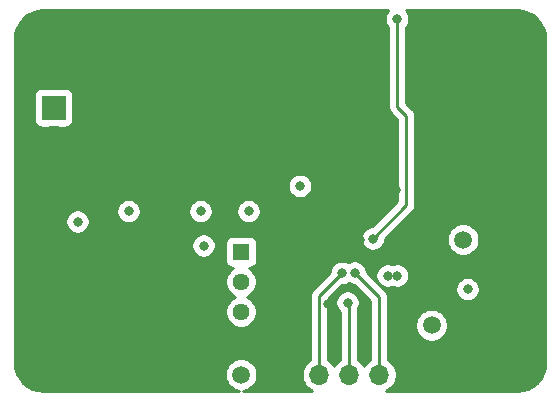
<source format=gbr>
%TF.GenerationSoftware,KiCad,Pcbnew,(5.1.6-0-10_14)*%
%TF.CreationDate,2021-11-28T10:34:50-06:00*%
%TF.ProjectId,EE514 Project,45453531-3420-4507-926f-6a6563742e6b,rev?*%
%TF.SameCoordinates,Original*%
%TF.FileFunction,Copper,L4,Bot*%
%TF.FilePolarity,Positive*%
%FSLAX46Y46*%
G04 Gerber Fmt 4.6, Leading zero omitted, Abs format (unit mm)*
G04 Created by KiCad (PCBNEW (5.1.6-0-10_14)) date 2021-11-28 10:34:50*
%MOMM*%
%LPD*%
G01*
G04 APERTURE LIST*
%TA.AperFunction,ComponentPad*%
%ADD10O,1.700000X1.700000*%
%TD*%
%TA.AperFunction,ComponentPad*%
%ADD11R,1.700000X1.700000*%
%TD*%
%TA.AperFunction,ComponentPad*%
%ADD12C,0.700000*%
%TD*%
%TA.AperFunction,ComponentPad*%
%ADD13C,4.400000*%
%TD*%
%TA.AperFunction,ComponentPad*%
%ADD14C,1.500000*%
%TD*%
%TA.AperFunction,ComponentPad*%
%ADD15R,1.440000X1.440000*%
%TD*%
%TA.AperFunction,ComponentPad*%
%ADD16C,1.440000*%
%TD*%
%TA.AperFunction,Conductor*%
%ADD17R,0.950000X0.460000*%
%TD*%
%TA.AperFunction,ViaPad*%
%ADD18C,0.970000*%
%TD*%
%TA.AperFunction,SMDPad,CuDef*%
%ADD19R,5.080000X2.420000*%
%TD*%
%TA.AperFunction,ComponentPad*%
%ADD20C,2.100000*%
%TD*%
%TA.AperFunction,ComponentPad*%
%ADD21R,2.100000X2.100000*%
%TD*%
%TA.AperFunction,ViaPad*%
%ADD22C,0.800000*%
%TD*%
%TA.AperFunction,Conductor*%
%ADD23C,0.254000*%
%TD*%
G04 APERTURE END LIST*
D10*
%TO.P,J102,4*%
%TO.N,/LE_PLL*%
X153162000Y-124460000D03*
%TO.P,J102,3*%
%TO.N,/DATA_PLL*%
X150622000Y-124460000D03*
%TO.P,J102,2*%
%TO.N,/CLK_PLL*%
X148082000Y-124460000D03*
D11*
%TO.P,J102,1*%
%TO.N,GND*%
X145542000Y-124460000D03*
%TD*%
D12*
%TO.P,H104,1*%
%TO.N,GND*%
X166012726Y-94845274D03*
X164846000Y-94362000D03*
X163679274Y-94845274D03*
X163196000Y-96012000D03*
X163679274Y-97178726D03*
X164846000Y-97662000D03*
X166012726Y-97178726D03*
X166496000Y-96012000D03*
D13*
X164846000Y-96012000D03*
%TD*%
D12*
%TO.P,H103,1*%
%TO.N,GND*%
X166012726Y-122277274D03*
X164846000Y-121794000D03*
X163679274Y-122277274D03*
X163196000Y-123444000D03*
X163679274Y-124610726D03*
X164846000Y-125094000D03*
X166012726Y-124610726D03*
X166496000Y-123444000D03*
D13*
X164846000Y-123444000D03*
%TD*%
D12*
%TO.P,H102,1*%
%TO.N,GND*%
X125880726Y-122277274D03*
X124714000Y-121794000D03*
X123547274Y-122277274D03*
X123064000Y-123444000D03*
X123547274Y-124610726D03*
X124714000Y-125094000D03*
X125880726Y-124610726D03*
X126364000Y-123444000D03*
D13*
X124714000Y-123444000D03*
%TD*%
D12*
%TO.P,H101,1*%
%TO.N,GND*%
X125880726Y-94845274D03*
X124714000Y-94362000D03*
X123547274Y-94845274D03*
X123064000Y-96012000D03*
X123547274Y-97178726D03*
X124714000Y-97662000D03*
X125880726Y-97178726D03*
X126364000Y-96012000D03*
D13*
X124714000Y-96012000D03*
%TD*%
D14*
%TO.P,TP201,1*%
%TO.N,/Reference Oscillator/10MHz_REF_OUT*%
X141478000Y-124460000D03*
%TD*%
%TO.P,TP102,1*%
%TO.N,/Vp*%
X157607000Y-120269000D03*
%TD*%
%TO.P,TP101,1*%
%TO.N,Net-(D102-Pad2)*%
X160274000Y-113030000D03*
%TD*%
D15*
%TO.P,RV201,1*%
%TO.N,/Reference Oscillator/10MHz_REF_OUT*%
X141478000Y-114046000D03*
D16*
%TO.P,RV201,2*%
X141478000Y-116586000D03*
%TO.P,RV201,3*%
%TO.N,Net-(R201-Pad1)*%
X141478000Y-119126000D03*
%TD*%
D17*
%TO.N,GND*%
%TO.C,J103*%
X161798000Y-100522000D03*
X161798000Y-109282000D03*
D18*
X161348000Y-100522000D03*
X161348000Y-109282000D03*
D19*
%TD*%
%TO.P,J103,2*%
%TO.N,GND*%
X164788000Y-100522000D03*
%TO.P,J103,2*%
%TO.N,GND*%
X164788000Y-109282000D03*
%TD*%
D20*
%TO.P,J101,2*%
%TO.N,GND*%
X125603000Y-104394000D03*
D21*
%TO.P,J101,1*%
%TO.N,+5V*%
X125603000Y-101854000D03*
%TD*%
D22*
%TO.N,GND*%
X125476000Y-114681000D03*
X129921000Y-110617000D03*
X133985000Y-110617000D03*
X133096000Y-111506000D03*
X134239000Y-113538000D03*
X135255000Y-118373600D03*
X135636000Y-106553000D03*
X130175000Y-97536000D03*
X143510000Y-107569000D03*
X143510000Y-109601000D03*
X149479000Y-120269000D03*
X148809000Y-118491000D03*
X155194000Y-120269000D03*
X155090490Y-122324490D03*
X149455500Y-122404502D03*
X165227000Y-119507000D03*
X157988000Y-111379000D03*
X150495000Y-113030000D03*
X151537048Y-113044421D03*
X154584398Y-108839000D03*
X153441400Y-105079800D03*
X148463000Y-105816400D03*
X145288000Y-100431600D03*
X144754600Y-99491800D03*
X146608800Y-96723200D03*
X152527000Y-94894400D03*
X156057600Y-100431600D03*
X156591000Y-98171000D03*
X160426400Y-94488000D03*
%TO.N,+5V*%
X131953000Y-110617000D03*
X138049000Y-110617000D03*
X127635000Y-111506000D03*
X138303000Y-113538000D03*
X154701000Y-116063000D03*
X153885026Y-116063006D03*
X160655000Y-117221008D03*
X142113000Y-110617000D03*
X146454500Y-108481492D03*
%TO.N,/LE_PLL*%
X151098590Y-115820163D03*
%TO.N,/DATA_PLL*%
X150495000Y-118364000D03*
%TO.N,/CLK_PLL*%
X150019228Y-115839828D03*
%TO.N,/CP_OUT*%
X154686000Y-94361000D03*
X152630074Y-112934900D03*
%TD*%
D23*
%TO.N,/LE_PLL*%
X153162000Y-117883573D02*
X151098590Y-115820163D01*
X153162000Y-124460000D02*
X153162000Y-117883573D01*
%TO.N,/DATA_PLL*%
X150622000Y-118491000D02*
X150622000Y-124460000D01*
X150495000Y-118364000D02*
X150622000Y-118491000D01*
%TO.N,/CLK_PLL*%
X148082000Y-117777056D02*
X148082000Y-124460000D01*
X150019228Y-115839828D02*
X148082000Y-117777056D01*
%TO.N,/CP_OUT*%
X155473400Y-110091574D02*
X152630074Y-112934900D01*
X155473400Y-110091574D02*
X155473400Y-102539800D01*
X154686000Y-101752400D02*
X154686000Y-94361000D01*
X155473400Y-102539800D02*
X154686000Y-101752400D01*
%TD*%
%TO.N,GND*%
G36*
X153882063Y-93701226D02*
G01*
X153768795Y-93870744D01*
X153690774Y-94059102D01*
X153651000Y-94259061D01*
X153651000Y-94462939D01*
X153690774Y-94662898D01*
X153768795Y-94851256D01*
X153882063Y-95020774D01*
X153924001Y-95062712D01*
X153924000Y-101714977D01*
X153920314Y-101752400D01*
X153924000Y-101789823D01*
X153924000Y-101789825D01*
X153935026Y-101901777D01*
X153978598Y-102045414D01*
X153978599Y-102045415D01*
X154049355Y-102177792D01*
X154088983Y-102226078D01*
X154144578Y-102293822D01*
X154173653Y-102317684D01*
X154711401Y-102855432D01*
X154711400Y-109775943D01*
X152587444Y-111899900D01*
X152528135Y-111899900D01*
X152328176Y-111939674D01*
X152139818Y-112017695D01*
X151970300Y-112130963D01*
X151826137Y-112275126D01*
X151712869Y-112444644D01*
X151634848Y-112633002D01*
X151595074Y-112832961D01*
X151595074Y-113036839D01*
X151634848Y-113236798D01*
X151712869Y-113425156D01*
X151826137Y-113594674D01*
X151970300Y-113738837D01*
X152139818Y-113852105D01*
X152328176Y-113930126D01*
X152528135Y-113969900D01*
X152732013Y-113969900D01*
X152931972Y-113930126D01*
X153120330Y-113852105D01*
X153289848Y-113738837D01*
X153434011Y-113594674D01*
X153547279Y-113425156D01*
X153625300Y-113236798D01*
X153665074Y-113036839D01*
X153665074Y-112977530D01*
X153749015Y-112893589D01*
X158889000Y-112893589D01*
X158889000Y-113166411D01*
X158942225Y-113433989D01*
X159046629Y-113686043D01*
X159198201Y-113912886D01*
X159391114Y-114105799D01*
X159617957Y-114257371D01*
X159870011Y-114361775D01*
X160137589Y-114415000D01*
X160410411Y-114415000D01*
X160677989Y-114361775D01*
X160930043Y-114257371D01*
X161156886Y-114105799D01*
X161349799Y-113912886D01*
X161501371Y-113686043D01*
X161605775Y-113433989D01*
X161659000Y-113166411D01*
X161659000Y-112893589D01*
X161605775Y-112626011D01*
X161501371Y-112373957D01*
X161349799Y-112147114D01*
X161156886Y-111954201D01*
X160930043Y-111802629D01*
X160677989Y-111698225D01*
X160410411Y-111645000D01*
X160137589Y-111645000D01*
X159870011Y-111698225D01*
X159617957Y-111802629D01*
X159391114Y-111954201D01*
X159198201Y-112147114D01*
X159046629Y-112373957D01*
X158942225Y-112626011D01*
X158889000Y-112893589D01*
X153749015Y-112893589D01*
X155985753Y-110656852D01*
X156014822Y-110632996D01*
X156110045Y-110516966D01*
X156180802Y-110384589D01*
X156224374Y-110240952D01*
X156235400Y-110129000D01*
X156235400Y-110128998D01*
X156239086Y-110091575D01*
X156235400Y-110054152D01*
X156235400Y-102577223D01*
X156239086Y-102539800D01*
X156231207Y-102459802D01*
X156224374Y-102390422D01*
X156180802Y-102246785D01*
X156147865Y-102185164D01*
X156110045Y-102114407D01*
X156038679Y-102027448D01*
X156014822Y-101998378D01*
X155985751Y-101974520D01*
X155448000Y-101436770D01*
X155448000Y-95062711D01*
X155489937Y-95020774D01*
X155603205Y-94851256D01*
X155681226Y-94662898D01*
X155721000Y-94462939D01*
X155721000Y-94259061D01*
X155681226Y-94059102D01*
X155603205Y-93870744D01*
X155489937Y-93701226D01*
X155412711Y-93624000D01*
X164813721Y-93624000D01*
X165309216Y-93672584D01*
X165754793Y-93807112D01*
X166165746Y-94025620D01*
X166526434Y-94319788D01*
X166823119Y-94678419D01*
X167044491Y-95087838D01*
X167182126Y-95532465D01*
X167234000Y-96026011D01*
X167234001Y-123411711D01*
X167185416Y-123907216D01*
X167050890Y-124352790D01*
X166832382Y-124763745D01*
X166538209Y-125124436D01*
X166179581Y-125421119D01*
X165770162Y-125642491D01*
X165325535Y-125780126D01*
X164831990Y-125832000D01*
X153730190Y-125832000D01*
X153865411Y-125775990D01*
X154108632Y-125613475D01*
X154315475Y-125406632D01*
X154477990Y-125163411D01*
X154589932Y-124893158D01*
X154647000Y-124606260D01*
X154647000Y-124313740D01*
X154589932Y-124026842D01*
X154477990Y-123756589D01*
X154315475Y-123513368D01*
X154108632Y-123306525D01*
X153924000Y-123183158D01*
X153924000Y-120132589D01*
X156222000Y-120132589D01*
X156222000Y-120405411D01*
X156275225Y-120672989D01*
X156379629Y-120925043D01*
X156531201Y-121151886D01*
X156724114Y-121344799D01*
X156950957Y-121496371D01*
X157203011Y-121600775D01*
X157470589Y-121654000D01*
X157743411Y-121654000D01*
X158010989Y-121600775D01*
X158263043Y-121496371D01*
X158489886Y-121344799D01*
X158682799Y-121151886D01*
X158834371Y-120925043D01*
X158938775Y-120672989D01*
X158992000Y-120405411D01*
X158992000Y-120132589D01*
X158938775Y-119865011D01*
X158834371Y-119612957D01*
X158682799Y-119386114D01*
X158489886Y-119193201D01*
X158263043Y-119041629D01*
X158010989Y-118937225D01*
X157743411Y-118884000D01*
X157470589Y-118884000D01*
X157203011Y-118937225D01*
X156950957Y-119041629D01*
X156724114Y-119193201D01*
X156531201Y-119386114D01*
X156379629Y-119612957D01*
X156275225Y-119865011D01*
X156222000Y-120132589D01*
X153924000Y-120132589D01*
X153924000Y-117920995D01*
X153927686Y-117883572D01*
X153921727Y-117823072D01*
X153912974Y-117734195D01*
X153869402Y-117590558D01*
X153798645Y-117458181D01*
X153703422Y-117342151D01*
X153674352Y-117318294D01*
X153475127Y-117119069D01*
X159620000Y-117119069D01*
X159620000Y-117322947D01*
X159659774Y-117522906D01*
X159737795Y-117711264D01*
X159851063Y-117880782D01*
X159995226Y-118024945D01*
X160164744Y-118138213D01*
X160353102Y-118216234D01*
X160553061Y-118256008D01*
X160756939Y-118256008D01*
X160956898Y-118216234D01*
X161145256Y-118138213D01*
X161314774Y-118024945D01*
X161458937Y-117880782D01*
X161572205Y-117711264D01*
X161650226Y-117522906D01*
X161690000Y-117322947D01*
X161690000Y-117119069D01*
X161650226Y-116919110D01*
X161572205Y-116730752D01*
X161458937Y-116561234D01*
X161314774Y-116417071D01*
X161145256Y-116303803D01*
X160956898Y-116225782D01*
X160756939Y-116186008D01*
X160553061Y-116186008D01*
X160353102Y-116225782D01*
X160164744Y-116303803D01*
X159995226Y-116417071D01*
X159851063Y-116561234D01*
X159737795Y-116730752D01*
X159659774Y-116919110D01*
X159620000Y-117119069D01*
X153475127Y-117119069D01*
X152317125Y-115961067D01*
X152850026Y-115961067D01*
X152850026Y-116164945D01*
X152889800Y-116364904D01*
X152967821Y-116553262D01*
X153081089Y-116722780D01*
X153225252Y-116866943D01*
X153394770Y-116980211D01*
X153583128Y-117058232D01*
X153783087Y-117098006D01*
X153986965Y-117098006D01*
X154186924Y-117058232D01*
X154293020Y-117014285D01*
X154399102Y-117058226D01*
X154599061Y-117098000D01*
X154802939Y-117098000D01*
X155002898Y-117058226D01*
X155191256Y-116980205D01*
X155360774Y-116866937D01*
X155504937Y-116722774D01*
X155618205Y-116553256D01*
X155696226Y-116364898D01*
X155736000Y-116164939D01*
X155736000Y-115961061D01*
X155696226Y-115761102D01*
X155618205Y-115572744D01*
X155504937Y-115403226D01*
X155360774Y-115259063D01*
X155191256Y-115145795D01*
X155002898Y-115067774D01*
X154802939Y-115028000D01*
X154599061Y-115028000D01*
X154399102Y-115067774D01*
X154293006Y-115111721D01*
X154186924Y-115067780D01*
X153986965Y-115028006D01*
X153783087Y-115028006D01*
X153583128Y-115067780D01*
X153394770Y-115145801D01*
X153225252Y-115259069D01*
X153081089Y-115403232D01*
X152967821Y-115572750D01*
X152889800Y-115761108D01*
X152850026Y-115961067D01*
X152317125Y-115961067D01*
X152133590Y-115777533D01*
X152133590Y-115718224D01*
X152093816Y-115518265D01*
X152015795Y-115329907D01*
X151902527Y-115160389D01*
X151758364Y-115016226D01*
X151588846Y-114902958D01*
X151400488Y-114824937D01*
X151200529Y-114785163D01*
X150996651Y-114785163D01*
X150796692Y-114824937D01*
X150608334Y-114902958D01*
X150544194Y-114945815D01*
X150509484Y-114922623D01*
X150321126Y-114844602D01*
X150121167Y-114804828D01*
X149917289Y-114804828D01*
X149717330Y-114844602D01*
X149528972Y-114922623D01*
X149359454Y-115035891D01*
X149215291Y-115180054D01*
X149102023Y-115349572D01*
X149024002Y-115537930D01*
X148984228Y-115737889D01*
X148984228Y-115797197D01*
X147569654Y-117211772D01*
X147540578Y-117235634D01*
X147484983Y-117303378D01*
X147445355Y-117351664D01*
X147436210Y-117368774D01*
X147374598Y-117484042D01*
X147331026Y-117627679D01*
X147320000Y-117739630D01*
X147316314Y-117777056D01*
X147320000Y-117814479D01*
X147320001Y-123183157D01*
X147135368Y-123306525D01*
X146928525Y-123513368D01*
X146766010Y-123756589D01*
X146654068Y-124026842D01*
X146597000Y-124313740D01*
X146597000Y-124606260D01*
X146654068Y-124893158D01*
X146766010Y-125163411D01*
X146928525Y-125406632D01*
X147135368Y-125613475D01*
X147378589Y-125775990D01*
X147513810Y-125832000D01*
X141679766Y-125832000D01*
X141881989Y-125791775D01*
X142134043Y-125687371D01*
X142360886Y-125535799D01*
X142553799Y-125342886D01*
X142705371Y-125116043D01*
X142809775Y-124863989D01*
X142863000Y-124596411D01*
X142863000Y-124323589D01*
X142809775Y-124056011D01*
X142705371Y-123803957D01*
X142553799Y-123577114D01*
X142360886Y-123384201D01*
X142134043Y-123232629D01*
X141881989Y-123128225D01*
X141614411Y-123075000D01*
X141341589Y-123075000D01*
X141074011Y-123128225D01*
X140821957Y-123232629D01*
X140595114Y-123384201D01*
X140402201Y-123577114D01*
X140250629Y-123803957D01*
X140146225Y-124056011D01*
X140093000Y-124323589D01*
X140093000Y-124596411D01*
X140146225Y-124863989D01*
X140250629Y-125116043D01*
X140402201Y-125342886D01*
X140595114Y-125535799D01*
X140821957Y-125687371D01*
X141074011Y-125791775D01*
X141276234Y-125832000D01*
X124746279Y-125832000D01*
X124250784Y-125783416D01*
X123805210Y-125648890D01*
X123394255Y-125430382D01*
X123033564Y-125136209D01*
X122736881Y-124777581D01*
X122515509Y-124368162D01*
X122377874Y-123923535D01*
X122326000Y-123429990D01*
X122326000Y-113436061D01*
X137268000Y-113436061D01*
X137268000Y-113639939D01*
X137307774Y-113839898D01*
X137385795Y-114028256D01*
X137499063Y-114197774D01*
X137643226Y-114341937D01*
X137812744Y-114455205D01*
X138001102Y-114533226D01*
X138201061Y-114573000D01*
X138404939Y-114573000D01*
X138604898Y-114533226D01*
X138793256Y-114455205D01*
X138962774Y-114341937D01*
X139106937Y-114197774D01*
X139220205Y-114028256D01*
X139298226Y-113839898D01*
X139338000Y-113639939D01*
X139338000Y-113436061D01*
X139316108Y-113326000D01*
X140119928Y-113326000D01*
X140119928Y-114766000D01*
X140132188Y-114890482D01*
X140168498Y-115010180D01*
X140227463Y-115120494D01*
X140306815Y-115217185D01*
X140403506Y-115296537D01*
X140513820Y-115355502D01*
X140633518Y-115391812D01*
X140758000Y-115404072D01*
X140807945Y-115404072D01*
X140614238Y-115533503D01*
X140425503Y-115722238D01*
X140277215Y-115944167D01*
X140175072Y-116190761D01*
X140123000Y-116452544D01*
X140123000Y-116719456D01*
X140175072Y-116981239D01*
X140277215Y-117227833D01*
X140425503Y-117449762D01*
X140614238Y-117638497D01*
X140836167Y-117786785D01*
X141003266Y-117856000D01*
X140836167Y-117925215D01*
X140614238Y-118073503D01*
X140425503Y-118262238D01*
X140277215Y-118484167D01*
X140175072Y-118730761D01*
X140123000Y-118992544D01*
X140123000Y-119259456D01*
X140175072Y-119521239D01*
X140277215Y-119767833D01*
X140425503Y-119989762D01*
X140614238Y-120178497D01*
X140836167Y-120326785D01*
X141082761Y-120428928D01*
X141344544Y-120481000D01*
X141611456Y-120481000D01*
X141873239Y-120428928D01*
X142119833Y-120326785D01*
X142341762Y-120178497D01*
X142530497Y-119989762D01*
X142678785Y-119767833D01*
X142780928Y-119521239D01*
X142833000Y-119259456D01*
X142833000Y-118992544D01*
X142780928Y-118730761D01*
X142678785Y-118484167D01*
X142530497Y-118262238D01*
X142341762Y-118073503D01*
X142119833Y-117925215D01*
X141952734Y-117856000D01*
X142119833Y-117786785D01*
X142341762Y-117638497D01*
X142530497Y-117449762D01*
X142678785Y-117227833D01*
X142780928Y-116981239D01*
X142833000Y-116719456D01*
X142833000Y-116452544D01*
X142780928Y-116190761D01*
X142678785Y-115944167D01*
X142530497Y-115722238D01*
X142341762Y-115533503D01*
X142148055Y-115404072D01*
X142198000Y-115404072D01*
X142322482Y-115391812D01*
X142442180Y-115355502D01*
X142552494Y-115296537D01*
X142649185Y-115217185D01*
X142728537Y-115120494D01*
X142787502Y-115010180D01*
X142823812Y-114890482D01*
X142836072Y-114766000D01*
X142836072Y-113326000D01*
X142823812Y-113201518D01*
X142787502Y-113081820D01*
X142728537Y-112971506D01*
X142649185Y-112874815D01*
X142552494Y-112795463D01*
X142442180Y-112736498D01*
X142322482Y-112700188D01*
X142198000Y-112687928D01*
X140758000Y-112687928D01*
X140633518Y-112700188D01*
X140513820Y-112736498D01*
X140403506Y-112795463D01*
X140306815Y-112874815D01*
X140227463Y-112971506D01*
X140168498Y-113081820D01*
X140132188Y-113201518D01*
X140119928Y-113326000D01*
X139316108Y-113326000D01*
X139298226Y-113236102D01*
X139220205Y-113047744D01*
X139106937Y-112878226D01*
X138962774Y-112734063D01*
X138793256Y-112620795D01*
X138604898Y-112542774D01*
X138404939Y-112503000D01*
X138201061Y-112503000D01*
X138001102Y-112542774D01*
X137812744Y-112620795D01*
X137643226Y-112734063D01*
X137499063Y-112878226D01*
X137385795Y-113047744D01*
X137307774Y-113236102D01*
X137268000Y-113436061D01*
X122326000Y-113436061D01*
X122326000Y-111404061D01*
X126600000Y-111404061D01*
X126600000Y-111607939D01*
X126639774Y-111807898D01*
X126717795Y-111996256D01*
X126831063Y-112165774D01*
X126975226Y-112309937D01*
X127144744Y-112423205D01*
X127333102Y-112501226D01*
X127533061Y-112541000D01*
X127736939Y-112541000D01*
X127936898Y-112501226D01*
X128125256Y-112423205D01*
X128294774Y-112309937D01*
X128438937Y-112165774D01*
X128552205Y-111996256D01*
X128630226Y-111807898D01*
X128670000Y-111607939D01*
X128670000Y-111404061D01*
X128630226Y-111204102D01*
X128552205Y-111015744D01*
X128438937Y-110846226D01*
X128294774Y-110702063D01*
X128125256Y-110588795D01*
X127947248Y-110515061D01*
X130918000Y-110515061D01*
X130918000Y-110718939D01*
X130957774Y-110918898D01*
X131035795Y-111107256D01*
X131149063Y-111276774D01*
X131293226Y-111420937D01*
X131462744Y-111534205D01*
X131651102Y-111612226D01*
X131851061Y-111652000D01*
X132054939Y-111652000D01*
X132254898Y-111612226D01*
X132443256Y-111534205D01*
X132612774Y-111420937D01*
X132756937Y-111276774D01*
X132870205Y-111107256D01*
X132948226Y-110918898D01*
X132988000Y-110718939D01*
X132988000Y-110515061D01*
X137014000Y-110515061D01*
X137014000Y-110718939D01*
X137053774Y-110918898D01*
X137131795Y-111107256D01*
X137245063Y-111276774D01*
X137389226Y-111420937D01*
X137558744Y-111534205D01*
X137747102Y-111612226D01*
X137947061Y-111652000D01*
X138150939Y-111652000D01*
X138350898Y-111612226D01*
X138539256Y-111534205D01*
X138708774Y-111420937D01*
X138852937Y-111276774D01*
X138966205Y-111107256D01*
X139044226Y-110918898D01*
X139084000Y-110718939D01*
X139084000Y-110515061D01*
X141078000Y-110515061D01*
X141078000Y-110718939D01*
X141117774Y-110918898D01*
X141195795Y-111107256D01*
X141309063Y-111276774D01*
X141453226Y-111420937D01*
X141622744Y-111534205D01*
X141811102Y-111612226D01*
X142011061Y-111652000D01*
X142214939Y-111652000D01*
X142414898Y-111612226D01*
X142603256Y-111534205D01*
X142772774Y-111420937D01*
X142916937Y-111276774D01*
X143030205Y-111107256D01*
X143108226Y-110918898D01*
X143148000Y-110718939D01*
X143148000Y-110515061D01*
X143108226Y-110315102D01*
X143030205Y-110126744D01*
X142916937Y-109957226D01*
X142772774Y-109813063D01*
X142603256Y-109699795D01*
X142414898Y-109621774D01*
X142214939Y-109582000D01*
X142011061Y-109582000D01*
X141811102Y-109621774D01*
X141622744Y-109699795D01*
X141453226Y-109813063D01*
X141309063Y-109957226D01*
X141195795Y-110126744D01*
X141117774Y-110315102D01*
X141078000Y-110515061D01*
X139084000Y-110515061D01*
X139044226Y-110315102D01*
X138966205Y-110126744D01*
X138852937Y-109957226D01*
X138708774Y-109813063D01*
X138539256Y-109699795D01*
X138350898Y-109621774D01*
X138150939Y-109582000D01*
X137947061Y-109582000D01*
X137747102Y-109621774D01*
X137558744Y-109699795D01*
X137389226Y-109813063D01*
X137245063Y-109957226D01*
X137131795Y-110126744D01*
X137053774Y-110315102D01*
X137014000Y-110515061D01*
X132988000Y-110515061D01*
X132948226Y-110315102D01*
X132870205Y-110126744D01*
X132756937Y-109957226D01*
X132612774Y-109813063D01*
X132443256Y-109699795D01*
X132254898Y-109621774D01*
X132054939Y-109582000D01*
X131851061Y-109582000D01*
X131651102Y-109621774D01*
X131462744Y-109699795D01*
X131293226Y-109813063D01*
X131149063Y-109957226D01*
X131035795Y-110126744D01*
X130957774Y-110315102D01*
X130918000Y-110515061D01*
X127947248Y-110515061D01*
X127936898Y-110510774D01*
X127736939Y-110471000D01*
X127533061Y-110471000D01*
X127333102Y-110510774D01*
X127144744Y-110588795D01*
X126975226Y-110702063D01*
X126831063Y-110846226D01*
X126717795Y-111015744D01*
X126639774Y-111204102D01*
X126600000Y-111404061D01*
X122326000Y-111404061D01*
X122326000Y-108379553D01*
X145419500Y-108379553D01*
X145419500Y-108583431D01*
X145459274Y-108783390D01*
X145537295Y-108971748D01*
X145650563Y-109141266D01*
X145794726Y-109285429D01*
X145964244Y-109398697D01*
X146152602Y-109476718D01*
X146352561Y-109516492D01*
X146556439Y-109516492D01*
X146756398Y-109476718D01*
X146944756Y-109398697D01*
X147114274Y-109285429D01*
X147258437Y-109141266D01*
X147371705Y-108971748D01*
X147449726Y-108783390D01*
X147489500Y-108583431D01*
X147489500Y-108379553D01*
X147449726Y-108179594D01*
X147371705Y-107991236D01*
X147258437Y-107821718D01*
X147114274Y-107677555D01*
X146944756Y-107564287D01*
X146756398Y-107486266D01*
X146556439Y-107446492D01*
X146352561Y-107446492D01*
X146152602Y-107486266D01*
X145964244Y-107564287D01*
X145794726Y-107677555D01*
X145650563Y-107821718D01*
X145537295Y-107991236D01*
X145459274Y-108179594D01*
X145419500Y-108379553D01*
X122326000Y-108379553D01*
X122326000Y-100804000D01*
X123914928Y-100804000D01*
X123914928Y-102904000D01*
X123927188Y-103028482D01*
X123963498Y-103148180D01*
X124022463Y-103258494D01*
X124101815Y-103355185D01*
X124198506Y-103434537D01*
X124308820Y-103493502D01*
X124428518Y-103529812D01*
X124553000Y-103542072D01*
X126653000Y-103542072D01*
X126777482Y-103529812D01*
X126897180Y-103493502D01*
X127007494Y-103434537D01*
X127104185Y-103355185D01*
X127183537Y-103258494D01*
X127242502Y-103148180D01*
X127278812Y-103028482D01*
X127291072Y-102904000D01*
X127291072Y-100804000D01*
X127278812Y-100679518D01*
X127242502Y-100559820D01*
X127183537Y-100449506D01*
X127104185Y-100352815D01*
X127007494Y-100273463D01*
X126897180Y-100214498D01*
X126777482Y-100178188D01*
X126653000Y-100165928D01*
X124553000Y-100165928D01*
X124428518Y-100178188D01*
X124308820Y-100214498D01*
X124198506Y-100273463D01*
X124101815Y-100352815D01*
X124022463Y-100449506D01*
X123963498Y-100559820D01*
X123927188Y-100679518D01*
X123914928Y-100804000D01*
X122326000Y-100804000D01*
X122326000Y-96044279D01*
X122374584Y-95548784D01*
X122509112Y-95103207D01*
X122727620Y-94692254D01*
X123021788Y-94331566D01*
X123380419Y-94034881D01*
X123789838Y-93813509D01*
X124234465Y-93675874D01*
X124728011Y-93624000D01*
X153959289Y-93624000D01*
X153882063Y-93701226D01*
G37*
X153882063Y-93701226D02*
X153768795Y-93870744D01*
X153690774Y-94059102D01*
X153651000Y-94259061D01*
X153651000Y-94462939D01*
X153690774Y-94662898D01*
X153768795Y-94851256D01*
X153882063Y-95020774D01*
X153924001Y-95062712D01*
X153924000Y-101714977D01*
X153920314Y-101752400D01*
X153924000Y-101789823D01*
X153924000Y-101789825D01*
X153935026Y-101901777D01*
X153978598Y-102045414D01*
X153978599Y-102045415D01*
X154049355Y-102177792D01*
X154088983Y-102226078D01*
X154144578Y-102293822D01*
X154173653Y-102317684D01*
X154711401Y-102855432D01*
X154711400Y-109775943D01*
X152587444Y-111899900D01*
X152528135Y-111899900D01*
X152328176Y-111939674D01*
X152139818Y-112017695D01*
X151970300Y-112130963D01*
X151826137Y-112275126D01*
X151712869Y-112444644D01*
X151634848Y-112633002D01*
X151595074Y-112832961D01*
X151595074Y-113036839D01*
X151634848Y-113236798D01*
X151712869Y-113425156D01*
X151826137Y-113594674D01*
X151970300Y-113738837D01*
X152139818Y-113852105D01*
X152328176Y-113930126D01*
X152528135Y-113969900D01*
X152732013Y-113969900D01*
X152931972Y-113930126D01*
X153120330Y-113852105D01*
X153289848Y-113738837D01*
X153434011Y-113594674D01*
X153547279Y-113425156D01*
X153625300Y-113236798D01*
X153665074Y-113036839D01*
X153665074Y-112977530D01*
X153749015Y-112893589D01*
X158889000Y-112893589D01*
X158889000Y-113166411D01*
X158942225Y-113433989D01*
X159046629Y-113686043D01*
X159198201Y-113912886D01*
X159391114Y-114105799D01*
X159617957Y-114257371D01*
X159870011Y-114361775D01*
X160137589Y-114415000D01*
X160410411Y-114415000D01*
X160677989Y-114361775D01*
X160930043Y-114257371D01*
X161156886Y-114105799D01*
X161349799Y-113912886D01*
X161501371Y-113686043D01*
X161605775Y-113433989D01*
X161659000Y-113166411D01*
X161659000Y-112893589D01*
X161605775Y-112626011D01*
X161501371Y-112373957D01*
X161349799Y-112147114D01*
X161156886Y-111954201D01*
X160930043Y-111802629D01*
X160677989Y-111698225D01*
X160410411Y-111645000D01*
X160137589Y-111645000D01*
X159870011Y-111698225D01*
X159617957Y-111802629D01*
X159391114Y-111954201D01*
X159198201Y-112147114D01*
X159046629Y-112373957D01*
X158942225Y-112626011D01*
X158889000Y-112893589D01*
X153749015Y-112893589D01*
X155985753Y-110656852D01*
X156014822Y-110632996D01*
X156110045Y-110516966D01*
X156180802Y-110384589D01*
X156224374Y-110240952D01*
X156235400Y-110129000D01*
X156235400Y-110128998D01*
X156239086Y-110091575D01*
X156235400Y-110054152D01*
X156235400Y-102577223D01*
X156239086Y-102539800D01*
X156231207Y-102459802D01*
X156224374Y-102390422D01*
X156180802Y-102246785D01*
X156147865Y-102185164D01*
X156110045Y-102114407D01*
X156038679Y-102027448D01*
X156014822Y-101998378D01*
X155985751Y-101974520D01*
X155448000Y-101436770D01*
X155448000Y-95062711D01*
X155489937Y-95020774D01*
X155603205Y-94851256D01*
X155681226Y-94662898D01*
X155721000Y-94462939D01*
X155721000Y-94259061D01*
X155681226Y-94059102D01*
X155603205Y-93870744D01*
X155489937Y-93701226D01*
X155412711Y-93624000D01*
X164813721Y-93624000D01*
X165309216Y-93672584D01*
X165754793Y-93807112D01*
X166165746Y-94025620D01*
X166526434Y-94319788D01*
X166823119Y-94678419D01*
X167044491Y-95087838D01*
X167182126Y-95532465D01*
X167234000Y-96026011D01*
X167234001Y-123411711D01*
X167185416Y-123907216D01*
X167050890Y-124352790D01*
X166832382Y-124763745D01*
X166538209Y-125124436D01*
X166179581Y-125421119D01*
X165770162Y-125642491D01*
X165325535Y-125780126D01*
X164831990Y-125832000D01*
X153730190Y-125832000D01*
X153865411Y-125775990D01*
X154108632Y-125613475D01*
X154315475Y-125406632D01*
X154477990Y-125163411D01*
X154589932Y-124893158D01*
X154647000Y-124606260D01*
X154647000Y-124313740D01*
X154589932Y-124026842D01*
X154477990Y-123756589D01*
X154315475Y-123513368D01*
X154108632Y-123306525D01*
X153924000Y-123183158D01*
X153924000Y-120132589D01*
X156222000Y-120132589D01*
X156222000Y-120405411D01*
X156275225Y-120672989D01*
X156379629Y-120925043D01*
X156531201Y-121151886D01*
X156724114Y-121344799D01*
X156950957Y-121496371D01*
X157203011Y-121600775D01*
X157470589Y-121654000D01*
X157743411Y-121654000D01*
X158010989Y-121600775D01*
X158263043Y-121496371D01*
X158489886Y-121344799D01*
X158682799Y-121151886D01*
X158834371Y-120925043D01*
X158938775Y-120672989D01*
X158992000Y-120405411D01*
X158992000Y-120132589D01*
X158938775Y-119865011D01*
X158834371Y-119612957D01*
X158682799Y-119386114D01*
X158489886Y-119193201D01*
X158263043Y-119041629D01*
X158010989Y-118937225D01*
X157743411Y-118884000D01*
X157470589Y-118884000D01*
X157203011Y-118937225D01*
X156950957Y-119041629D01*
X156724114Y-119193201D01*
X156531201Y-119386114D01*
X156379629Y-119612957D01*
X156275225Y-119865011D01*
X156222000Y-120132589D01*
X153924000Y-120132589D01*
X153924000Y-117920995D01*
X153927686Y-117883572D01*
X153921727Y-117823072D01*
X153912974Y-117734195D01*
X153869402Y-117590558D01*
X153798645Y-117458181D01*
X153703422Y-117342151D01*
X153674352Y-117318294D01*
X153475127Y-117119069D01*
X159620000Y-117119069D01*
X159620000Y-117322947D01*
X159659774Y-117522906D01*
X159737795Y-117711264D01*
X159851063Y-117880782D01*
X159995226Y-118024945D01*
X160164744Y-118138213D01*
X160353102Y-118216234D01*
X160553061Y-118256008D01*
X160756939Y-118256008D01*
X160956898Y-118216234D01*
X161145256Y-118138213D01*
X161314774Y-118024945D01*
X161458937Y-117880782D01*
X161572205Y-117711264D01*
X161650226Y-117522906D01*
X161690000Y-117322947D01*
X161690000Y-117119069D01*
X161650226Y-116919110D01*
X161572205Y-116730752D01*
X161458937Y-116561234D01*
X161314774Y-116417071D01*
X161145256Y-116303803D01*
X160956898Y-116225782D01*
X160756939Y-116186008D01*
X160553061Y-116186008D01*
X160353102Y-116225782D01*
X160164744Y-116303803D01*
X159995226Y-116417071D01*
X159851063Y-116561234D01*
X159737795Y-116730752D01*
X159659774Y-116919110D01*
X159620000Y-117119069D01*
X153475127Y-117119069D01*
X152317125Y-115961067D01*
X152850026Y-115961067D01*
X152850026Y-116164945D01*
X152889800Y-116364904D01*
X152967821Y-116553262D01*
X153081089Y-116722780D01*
X153225252Y-116866943D01*
X153394770Y-116980211D01*
X153583128Y-117058232D01*
X153783087Y-117098006D01*
X153986965Y-117098006D01*
X154186924Y-117058232D01*
X154293020Y-117014285D01*
X154399102Y-117058226D01*
X154599061Y-117098000D01*
X154802939Y-117098000D01*
X155002898Y-117058226D01*
X155191256Y-116980205D01*
X155360774Y-116866937D01*
X155504937Y-116722774D01*
X155618205Y-116553256D01*
X155696226Y-116364898D01*
X155736000Y-116164939D01*
X155736000Y-115961061D01*
X155696226Y-115761102D01*
X155618205Y-115572744D01*
X155504937Y-115403226D01*
X155360774Y-115259063D01*
X155191256Y-115145795D01*
X155002898Y-115067774D01*
X154802939Y-115028000D01*
X154599061Y-115028000D01*
X154399102Y-115067774D01*
X154293006Y-115111721D01*
X154186924Y-115067780D01*
X153986965Y-115028006D01*
X153783087Y-115028006D01*
X153583128Y-115067780D01*
X153394770Y-115145801D01*
X153225252Y-115259069D01*
X153081089Y-115403232D01*
X152967821Y-115572750D01*
X152889800Y-115761108D01*
X152850026Y-115961067D01*
X152317125Y-115961067D01*
X152133590Y-115777533D01*
X152133590Y-115718224D01*
X152093816Y-115518265D01*
X152015795Y-115329907D01*
X151902527Y-115160389D01*
X151758364Y-115016226D01*
X151588846Y-114902958D01*
X151400488Y-114824937D01*
X151200529Y-114785163D01*
X150996651Y-114785163D01*
X150796692Y-114824937D01*
X150608334Y-114902958D01*
X150544194Y-114945815D01*
X150509484Y-114922623D01*
X150321126Y-114844602D01*
X150121167Y-114804828D01*
X149917289Y-114804828D01*
X149717330Y-114844602D01*
X149528972Y-114922623D01*
X149359454Y-115035891D01*
X149215291Y-115180054D01*
X149102023Y-115349572D01*
X149024002Y-115537930D01*
X148984228Y-115737889D01*
X148984228Y-115797197D01*
X147569654Y-117211772D01*
X147540578Y-117235634D01*
X147484983Y-117303378D01*
X147445355Y-117351664D01*
X147436210Y-117368774D01*
X147374598Y-117484042D01*
X147331026Y-117627679D01*
X147320000Y-117739630D01*
X147316314Y-117777056D01*
X147320000Y-117814479D01*
X147320001Y-123183157D01*
X147135368Y-123306525D01*
X146928525Y-123513368D01*
X146766010Y-123756589D01*
X146654068Y-124026842D01*
X146597000Y-124313740D01*
X146597000Y-124606260D01*
X146654068Y-124893158D01*
X146766010Y-125163411D01*
X146928525Y-125406632D01*
X147135368Y-125613475D01*
X147378589Y-125775990D01*
X147513810Y-125832000D01*
X141679766Y-125832000D01*
X141881989Y-125791775D01*
X142134043Y-125687371D01*
X142360886Y-125535799D01*
X142553799Y-125342886D01*
X142705371Y-125116043D01*
X142809775Y-124863989D01*
X142863000Y-124596411D01*
X142863000Y-124323589D01*
X142809775Y-124056011D01*
X142705371Y-123803957D01*
X142553799Y-123577114D01*
X142360886Y-123384201D01*
X142134043Y-123232629D01*
X141881989Y-123128225D01*
X141614411Y-123075000D01*
X141341589Y-123075000D01*
X141074011Y-123128225D01*
X140821957Y-123232629D01*
X140595114Y-123384201D01*
X140402201Y-123577114D01*
X140250629Y-123803957D01*
X140146225Y-124056011D01*
X140093000Y-124323589D01*
X140093000Y-124596411D01*
X140146225Y-124863989D01*
X140250629Y-125116043D01*
X140402201Y-125342886D01*
X140595114Y-125535799D01*
X140821957Y-125687371D01*
X141074011Y-125791775D01*
X141276234Y-125832000D01*
X124746279Y-125832000D01*
X124250784Y-125783416D01*
X123805210Y-125648890D01*
X123394255Y-125430382D01*
X123033564Y-125136209D01*
X122736881Y-124777581D01*
X122515509Y-124368162D01*
X122377874Y-123923535D01*
X122326000Y-123429990D01*
X122326000Y-113436061D01*
X137268000Y-113436061D01*
X137268000Y-113639939D01*
X137307774Y-113839898D01*
X137385795Y-114028256D01*
X137499063Y-114197774D01*
X137643226Y-114341937D01*
X137812744Y-114455205D01*
X138001102Y-114533226D01*
X138201061Y-114573000D01*
X138404939Y-114573000D01*
X138604898Y-114533226D01*
X138793256Y-114455205D01*
X138962774Y-114341937D01*
X139106937Y-114197774D01*
X139220205Y-114028256D01*
X139298226Y-113839898D01*
X139338000Y-113639939D01*
X139338000Y-113436061D01*
X139316108Y-113326000D01*
X140119928Y-113326000D01*
X140119928Y-114766000D01*
X140132188Y-114890482D01*
X140168498Y-115010180D01*
X140227463Y-115120494D01*
X140306815Y-115217185D01*
X140403506Y-115296537D01*
X140513820Y-115355502D01*
X140633518Y-115391812D01*
X140758000Y-115404072D01*
X140807945Y-115404072D01*
X140614238Y-115533503D01*
X140425503Y-115722238D01*
X140277215Y-115944167D01*
X140175072Y-116190761D01*
X140123000Y-116452544D01*
X140123000Y-116719456D01*
X140175072Y-116981239D01*
X140277215Y-117227833D01*
X140425503Y-117449762D01*
X140614238Y-117638497D01*
X140836167Y-117786785D01*
X141003266Y-117856000D01*
X140836167Y-117925215D01*
X140614238Y-118073503D01*
X140425503Y-118262238D01*
X140277215Y-118484167D01*
X140175072Y-118730761D01*
X140123000Y-118992544D01*
X140123000Y-119259456D01*
X140175072Y-119521239D01*
X140277215Y-119767833D01*
X140425503Y-119989762D01*
X140614238Y-120178497D01*
X140836167Y-120326785D01*
X141082761Y-120428928D01*
X141344544Y-120481000D01*
X141611456Y-120481000D01*
X141873239Y-120428928D01*
X142119833Y-120326785D01*
X142341762Y-120178497D01*
X142530497Y-119989762D01*
X142678785Y-119767833D01*
X142780928Y-119521239D01*
X142833000Y-119259456D01*
X142833000Y-118992544D01*
X142780928Y-118730761D01*
X142678785Y-118484167D01*
X142530497Y-118262238D01*
X142341762Y-118073503D01*
X142119833Y-117925215D01*
X141952734Y-117856000D01*
X142119833Y-117786785D01*
X142341762Y-117638497D01*
X142530497Y-117449762D01*
X142678785Y-117227833D01*
X142780928Y-116981239D01*
X142833000Y-116719456D01*
X142833000Y-116452544D01*
X142780928Y-116190761D01*
X142678785Y-115944167D01*
X142530497Y-115722238D01*
X142341762Y-115533503D01*
X142148055Y-115404072D01*
X142198000Y-115404072D01*
X142322482Y-115391812D01*
X142442180Y-115355502D01*
X142552494Y-115296537D01*
X142649185Y-115217185D01*
X142728537Y-115120494D01*
X142787502Y-115010180D01*
X142823812Y-114890482D01*
X142836072Y-114766000D01*
X142836072Y-113326000D01*
X142823812Y-113201518D01*
X142787502Y-113081820D01*
X142728537Y-112971506D01*
X142649185Y-112874815D01*
X142552494Y-112795463D01*
X142442180Y-112736498D01*
X142322482Y-112700188D01*
X142198000Y-112687928D01*
X140758000Y-112687928D01*
X140633518Y-112700188D01*
X140513820Y-112736498D01*
X140403506Y-112795463D01*
X140306815Y-112874815D01*
X140227463Y-112971506D01*
X140168498Y-113081820D01*
X140132188Y-113201518D01*
X140119928Y-113326000D01*
X139316108Y-113326000D01*
X139298226Y-113236102D01*
X139220205Y-113047744D01*
X139106937Y-112878226D01*
X138962774Y-112734063D01*
X138793256Y-112620795D01*
X138604898Y-112542774D01*
X138404939Y-112503000D01*
X138201061Y-112503000D01*
X138001102Y-112542774D01*
X137812744Y-112620795D01*
X137643226Y-112734063D01*
X137499063Y-112878226D01*
X137385795Y-113047744D01*
X137307774Y-113236102D01*
X137268000Y-113436061D01*
X122326000Y-113436061D01*
X122326000Y-111404061D01*
X126600000Y-111404061D01*
X126600000Y-111607939D01*
X126639774Y-111807898D01*
X126717795Y-111996256D01*
X126831063Y-112165774D01*
X126975226Y-112309937D01*
X127144744Y-112423205D01*
X127333102Y-112501226D01*
X127533061Y-112541000D01*
X127736939Y-112541000D01*
X127936898Y-112501226D01*
X128125256Y-112423205D01*
X128294774Y-112309937D01*
X128438937Y-112165774D01*
X128552205Y-111996256D01*
X128630226Y-111807898D01*
X128670000Y-111607939D01*
X128670000Y-111404061D01*
X128630226Y-111204102D01*
X128552205Y-111015744D01*
X128438937Y-110846226D01*
X128294774Y-110702063D01*
X128125256Y-110588795D01*
X127947248Y-110515061D01*
X130918000Y-110515061D01*
X130918000Y-110718939D01*
X130957774Y-110918898D01*
X131035795Y-111107256D01*
X131149063Y-111276774D01*
X131293226Y-111420937D01*
X131462744Y-111534205D01*
X131651102Y-111612226D01*
X131851061Y-111652000D01*
X132054939Y-111652000D01*
X132254898Y-111612226D01*
X132443256Y-111534205D01*
X132612774Y-111420937D01*
X132756937Y-111276774D01*
X132870205Y-111107256D01*
X132948226Y-110918898D01*
X132988000Y-110718939D01*
X132988000Y-110515061D01*
X137014000Y-110515061D01*
X137014000Y-110718939D01*
X137053774Y-110918898D01*
X137131795Y-111107256D01*
X137245063Y-111276774D01*
X137389226Y-111420937D01*
X137558744Y-111534205D01*
X137747102Y-111612226D01*
X137947061Y-111652000D01*
X138150939Y-111652000D01*
X138350898Y-111612226D01*
X138539256Y-111534205D01*
X138708774Y-111420937D01*
X138852937Y-111276774D01*
X138966205Y-111107256D01*
X139044226Y-110918898D01*
X139084000Y-110718939D01*
X139084000Y-110515061D01*
X141078000Y-110515061D01*
X141078000Y-110718939D01*
X141117774Y-110918898D01*
X141195795Y-111107256D01*
X141309063Y-111276774D01*
X141453226Y-111420937D01*
X141622744Y-111534205D01*
X141811102Y-111612226D01*
X142011061Y-111652000D01*
X142214939Y-111652000D01*
X142414898Y-111612226D01*
X142603256Y-111534205D01*
X142772774Y-111420937D01*
X142916937Y-111276774D01*
X143030205Y-111107256D01*
X143108226Y-110918898D01*
X143148000Y-110718939D01*
X143148000Y-110515061D01*
X143108226Y-110315102D01*
X143030205Y-110126744D01*
X142916937Y-109957226D01*
X142772774Y-109813063D01*
X142603256Y-109699795D01*
X142414898Y-109621774D01*
X142214939Y-109582000D01*
X142011061Y-109582000D01*
X141811102Y-109621774D01*
X141622744Y-109699795D01*
X141453226Y-109813063D01*
X141309063Y-109957226D01*
X141195795Y-110126744D01*
X141117774Y-110315102D01*
X141078000Y-110515061D01*
X139084000Y-110515061D01*
X139044226Y-110315102D01*
X138966205Y-110126744D01*
X138852937Y-109957226D01*
X138708774Y-109813063D01*
X138539256Y-109699795D01*
X138350898Y-109621774D01*
X138150939Y-109582000D01*
X137947061Y-109582000D01*
X137747102Y-109621774D01*
X137558744Y-109699795D01*
X137389226Y-109813063D01*
X137245063Y-109957226D01*
X137131795Y-110126744D01*
X137053774Y-110315102D01*
X137014000Y-110515061D01*
X132988000Y-110515061D01*
X132948226Y-110315102D01*
X132870205Y-110126744D01*
X132756937Y-109957226D01*
X132612774Y-109813063D01*
X132443256Y-109699795D01*
X132254898Y-109621774D01*
X132054939Y-109582000D01*
X131851061Y-109582000D01*
X131651102Y-109621774D01*
X131462744Y-109699795D01*
X131293226Y-109813063D01*
X131149063Y-109957226D01*
X131035795Y-110126744D01*
X130957774Y-110315102D01*
X130918000Y-110515061D01*
X127947248Y-110515061D01*
X127936898Y-110510774D01*
X127736939Y-110471000D01*
X127533061Y-110471000D01*
X127333102Y-110510774D01*
X127144744Y-110588795D01*
X126975226Y-110702063D01*
X126831063Y-110846226D01*
X126717795Y-111015744D01*
X126639774Y-111204102D01*
X126600000Y-111404061D01*
X122326000Y-111404061D01*
X122326000Y-108379553D01*
X145419500Y-108379553D01*
X145419500Y-108583431D01*
X145459274Y-108783390D01*
X145537295Y-108971748D01*
X145650563Y-109141266D01*
X145794726Y-109285429D01*
X145964244Y-109398697D01*
X146152602Y-109476718D01*
X146352561Y-109516492D01*
X146556439Y-109516492D01*
X146756398Y-109476718D01*
X146944756Y-109398697D01*
X147114274Y-109285429D01*
X147258437Y-109141266D01*
X147371705Y-108971748D01*
X147449726Y-108783390D01*
X147489500Y-108583431D01*
X147489500Y-108379553D01*
X147449726Y-108179594D01*
X147371705Y-107991236D01*
X147258437Y-107821718D01*
X147114274Y-107677555D01*
X146944756Y-107564287D01*
X146756398Y-107486266D01*
X146556439Y-107446492D01*
X146352561Y-107446492D01*
X146152602Y-107486266D01*
X145964244Y-107564287D01*
X145794726Y-107677555D01*
X145650563Y-107821718D01*
X145537295Y-107991236D01*
X145459274Y-108179594D01*
X145419500Y-108379553D01*
X122326000Y-108379553D01*
X122326000Y-100804000D01*
X123914928Y-100804000D01*
X123914928Y-102904000D01*
X123927188Y-103028482D01*
X123963498Y-103148180D01*
X124022463Y-103258494D01*
X124101815Y-103355185D01*
X124198506Y-103434537D01*
X124308820Y-103493502D01*
X124428518Y-103529812D01*
X124553000Y-103542072D01*
X126653000Y-103542072D01*
X126777482Y-103529812D01*
X126897180Y-103493502D01*
X127007494Y-103434537D01*
X127104185Y-103355185D01*
X127183537Y-103258494D01*
X127242502Y-103148180D01*
X127278812Y-103028482D01*
X127291072Y-102904000D01*
X127291072Y-100804000D01*
X127278812Y-100679518D01*
X127242502Y-100559820D01*
X127183537Y-100449506D01*
X127104185Y-100352815D01*
X127007494Y-100273463D01*
X126897180Y-100214498D01*
X126777482Y-100178188D01*
X126653000Y-100165928D01*
X124553000Y-100165928D01*
X124428518Y-100178188D01*
X124308820Y-100214498D01*
X124198506Y-100273463D01*
X124101815Y-100352815D01*
X124022463Y-100449506D01*
X123963498Y-100559820D01*
X123927188Y-100679518D01*
X123914928Y-100804000D01*
X122326000Y-100804000D01*
X122326000Y-96044279D01*
X122374584Y-95548784D01*
X122509112Y-95103207D01*
X122727620Y-94692254D01*
X123021788Y-94331566D01*
X123380419Y-94034881D01*
X123789838Y-93813509D01*
X124234465Y-93675874D01*
X124728011Y-93624000D01*
X153959289Y-93624000D01*
X153882063Y-93701226D01*
G36*
X150608334Y-116737368D02*
G01*
X150796692Y-116815389D01*
X150996651Y-116855163D01*
X151055960Y-116855163D01*
X152400001Y-118199205D01*
X152400000Y-123183158D01*
X152215368Y-123306525D01*
X152008525Y-123513368D01*
X151892000Y-123687760D01*
X151775475Y-123513368D01*
X151568632Y-123306525D01*
X151384000Y-123183158D01*
X151384000Y-118896468D01*
X151412205Y-118854256D01*
X151490226Y-118665898D01*
X151530000Y-118465939D01*
X151530000Y-118262061D01*
X151490226Y-118062102D01*
X151412205Y-117873744D01*
X151298937Y-117704226D01*
X151154774Y-117560063D01*
X150985256Y-117446795D01*
X150796898Y-117368774D01*
X150596939Y-117329000D01*
X150393061Y-117329000D01*
X150193102Y-117368774D01*
X150004744Y-117446795D01*
X149835226Y-117560063D01*
X149691063Y-117704226D01*
X149577795Y-117873744D01*
X149499774Y-118062102D01*
X149460000Y-118262061D01*
X149460000Y-118465939D01*
X149499774Y-118665898D01*
X149577795Y-118854256D01*
X149691063Y-119023774D01*
X149835226Y-119167937D01*
X149860000Y-119184490D01*
X149860001Y-123183157D01*
X149675368Y-123306525D01*
X149468525Y-123513368D01*
X149352000Y-123687760D01*
X149235475Y-123513368D01*
X149028632Y-123306525D01*
X148844000Y-123183158D01*
X148844000Y-118092686D01*
X150061859Y-116874828D01*
X150121167Y-116874828D01*
X150321126Y-116835054D01*
X150509484Y-116757033D01*
X150573624Y-116714176D01*
X150608334Y-116737368D01*
G37*
X150608334Y-116737368D02*
X150796692Y-116815389D01*
X150996651Y-116855163D01*
X151055960Y-116855163D01*
X152400001Y-118199205D01*
X152400000Y-123183158D01*
X152215368Y-123306525D01*
X152008525Y-123513368D01*
X151892000Y-123687760D01*
X151775475Y-123513368D01*
X151568632Y-123306525D01*
X151384000Y-123183158D01*
X151384000Y-118896468D01*
X151412205Y-118854256D01*
X151490226Y-118665898D01*
X151530000Y-118465939D01*
X151530000Y-118262061D01*
X151490226Y-118062102D01*
X151412205Y-117873744D01*
X151298937Y-117704226D01*
X151154774Y-117560063D01*
X150985256Y-117446795D01*
X150796898Y-117368774D01*
X150596939Y-117329000D01*
X150393061Y-117329000D01*
X150193102Y-117368774D01*
X150004744Y-117446795D01*
X149835226Y-117560063D01*
X149691063Y-117704226D01*
X149577795Y-117873744D01*
X149499774Y-118062102D01*
X149460000Y-118262061D01*
X149460000Y-118465939D01*
X149499774Y-118665898D01*
X149577795Y-118854256D01*
X149691063Y-119023774D01*
X149835226Y-119167937D01*
X149860000Y-119184490D01*
X149860001Y-123183157D01*
X149675368Y-123306525D01*
X149468525Y-123513368D01*
X149352000Y-123687760D01*
X149235475Y-123513368D01*
X149028632Y-123306525D01*
X148844000Y-123183158D01*
X148844000Y-118092686D01*
X150061859Y-116874828D01*
X150121167Y-116874828D01*
X150321126Y-116835054D01*
X150509484Y-116757033D01*
X150573624Y-116714176D01*
X150608334Y-116737368D01*
%TD*%
M02*

</source>
